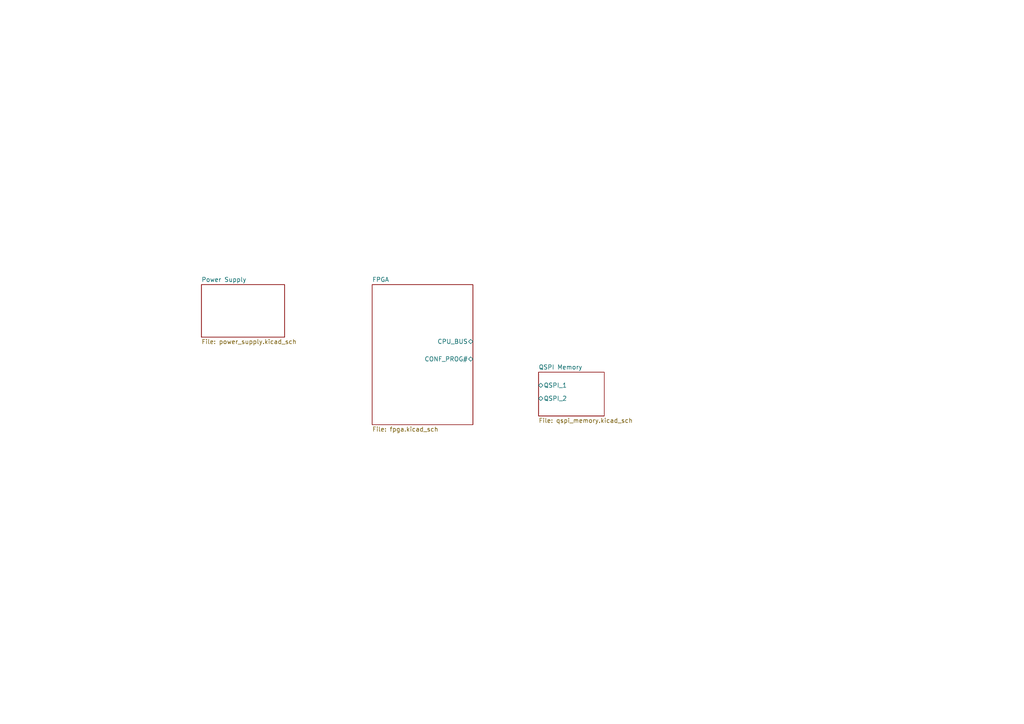
<source format=kicad_sch>
(kicad_sch (version 20221004) (generator eeschema)

  (uuid a6f73e0d-9cce-49ab-8363-cdcc30f9e355)

  (paper "A4")

  (title_block
    (title "FPGA schematic")
    (date "2022-02-10")
    (rev "1.0")
    (company "Mateusz Stadnik")
  )

  (lib_symbols
  )


  (sheet (at 58.42 82.55) (size 24.13 15.24) (fields_autoplaced)
    (stroke (width 0.1524) (type solid))
    (fill (color 0 0 0 0.0000))
    (uuid 07fe7618-9967-40cc-943c-0b86764e862b)
    (property "Sheetname" "Power Supply" (at 58.42 81.8384 0)
      (effects (font (size 1.27 1.27)) (justify left bottom))
    )
    (property "Sheetfile" "power_supply.kicad_sch" (at 58.42 98.3746 0)
      (effects (font (size 1.27 1.27)) (justify left top))
    )
  )

  (sheet (at 107.95 82.55) (size 29.21 40.64) (fields_autoplaced)
    (stroke (width 0.1524) (type solid))
    (fill (color 0 0 0 0.0000))
    (uuid 138c08cd-f315-49a6-890d-a48ba5f28fe6)
    (property "Sheetname" "FPGA" (at 107.95 81.8384 0)
      (effects (font (size 1.27 1.27)) (justify left bottom))
    )
    (property "Sheetfile" "fpga.kicad_sch" (at 107.95 123.7746 0)
      (effects (font (size 1.27 1.27)) (justify left top))
    )
    (pin "CPU_BUS" bidirectional (at 137.16 99.06 0)
      (effects (font (size 1.27 1.27)) (justify right))
      (uuid 7b02e42e-cb6a-4531-9c7f-cc4d42534353)
    )
    (pin "CONF_PROG#" bidirectional (at 137.16 104.14 0)
      (effects (font (size 1.27 1.27)) (justify right))
      (uuid aeeeb545-0b18-459b-b344-cfd9002af1fe)
    )
  )

  (sheet (at 156.21 107.95) (size 19.05 12.7) (fields_autoplaced)
    (stroke (width 0.1524) (type solid))
    (fill (color 0 0 0 0.0000))
    (uuid 50a7b31e-7ebf-40b9-aea8-607bd559467f)
    (property "Sheetname" "QSPI Memory" (at 156.21 107.2384 0)
      (effects (font (size 1.27 1.27)) (justify left bottom))
    )
    (property "Sheetfile" "qspi_memory.kicad_sch" (at 156.21 121.2346 0)
      (effects (font (size 1.27 1.27)) (justify left top))
    )
    (pin "QSPI_1" bidirectional (at 156.21 111.76 180)
      (effects (font (size 1.27 1.27)) (justify left))
      (uuid 206e8345-a9e1-405f-83f5-5012ede71860)
    )
    (pin "QSPI_2" bidirectional (at 156.21 115.57 180)
      (effects (font (size 1.27 1.27)) (justify left))
      (uuid f31b7a91-9d17-405c-9333-5c2c7b64a125)
    )
  )

  (sheet_instances
    (path "/a6f73e0d-9cce-49ab-8363-cdcc30f9e355" (page "1"))
    (path "/a6f73e0d-9cce-49ab-8363-cdcc30f9e355/138c08cd-f315-49a6-890d-a48ba5f28fe6" (page "2"))
    (path "/a6f73e0d-9cce-49ab-8363-cdcc30f9e355/138c08cd-f315-49a6-890d-a48ba5f28fe6/dba551ab-d1c2-4929-8aa3-5e9b49e05fcf" (page "3"))
    (path "/a6f73e0d-9cce-49ab-8363-cdcc30f9e355/138c08cd-f315-49a6-890d-a48ba5f28fe6/0508c078-08cc-417f-b61f-48d56afe205a" (page "4"))
    (path "/a6f73e0d-9cce-49ab-8363-cdcc30f9e355/138c08cd-f315-49a6-890d-a48ba5f28fe6/1dde2c5a-9472-4da9-baa6-1a560aaf54f6" (page "5"))
    (path "/a6f73e0d-9cce-49ab-8363-cdcc30f9e355/138c08cd-f315-49a6-890d-a48ba5f28fe6/163e4125-8e51-44a8-bfe7-73013b4370b0" (page "6"))
    (path "/a6f73e0d-9cce-49ab-8363-cdcc30f9e355/138c08cd-f315-49a6-890d-a48ba5f28fe6/0b1b5c70-1f64-4928-ac3a-4f98af1b6ecc" (page "9"))
    (path "/a6f73e0d-9cce-49ab-8363-cdcc30f9e355/50a7b31e-7ebf-40b9-aea8-607bd559467f" (page "10"))
    (path "/a6f73e0d-9cce-49ab-8363-cdcc30f9e355/07fe7618-9967-40cc-943c-0b86764e862b" (page "11"))
  )
)

</source>
